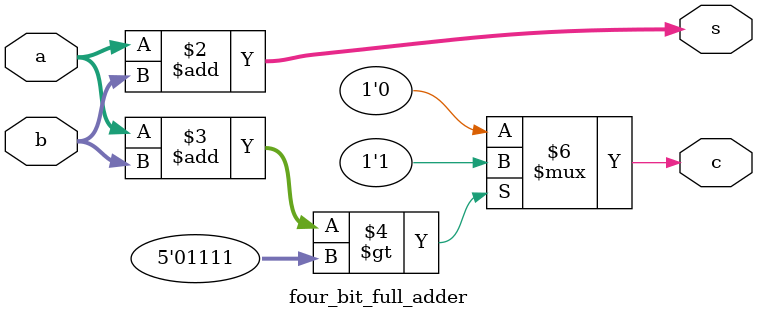
<source format=v>
`timescale 1ns / 1ps
module four_bit_full_adder(a, b, s, c);
	input [3:0] a, b;
	output [3:0] s;
	output c;
	reg [3:0] s;
	reg c;
	
	always @(*) begin
		s = a + b;
		if(a+b > 5'b01111)
			c = 1'b1;
		else
			c = 1'b0;
	end
endmodule

</source>
